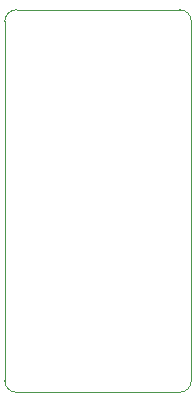
<source format=gm1>
G04 #@! TF.FileFunction,Profile,NP*
%FSLAX46Y46*%
G04 Gerber Fmt 4.6, Leading zero omitted, Abs format (unit mm)*
G04 Created by KiCad (PCBNEW 4.0.2-stable) date 16.05.2016 20:43:22*
%MOMM*%
G01*
G04 APERTURE LIST*
%ADD10C,0.100000*%
%ADD11C,0.010000*%
G04 APERTURE END LIST*
D10*
D11*
X114700000Y-110600000D02*
X114700000Y-80200000D01*
X129500000Y-111600000D02*
X115700000Y-111600000D01*
X130500000Y-80200000D02*
X130500000Y-110600000D01*
X115700000Y-79200000D02*
X129500000Y-79200000D01*
X114700000Y-110600000D02*
G75*
G03X115700000Y-111600000I1000000J0D01*
G01*
X129500000Y-111600000D02*
G75*
G03X130500000Y-110600000I0J1000000D01*
G01*
X130500000Y-80200000D02*
G75*
G03X129500000Y-79200000I-1000000J0D01*
G01*
X115700000Y-79200000D02*
G75*
G03X114700000Y-80200000I0J-1000000D01*
G01*
M02*

</source>
